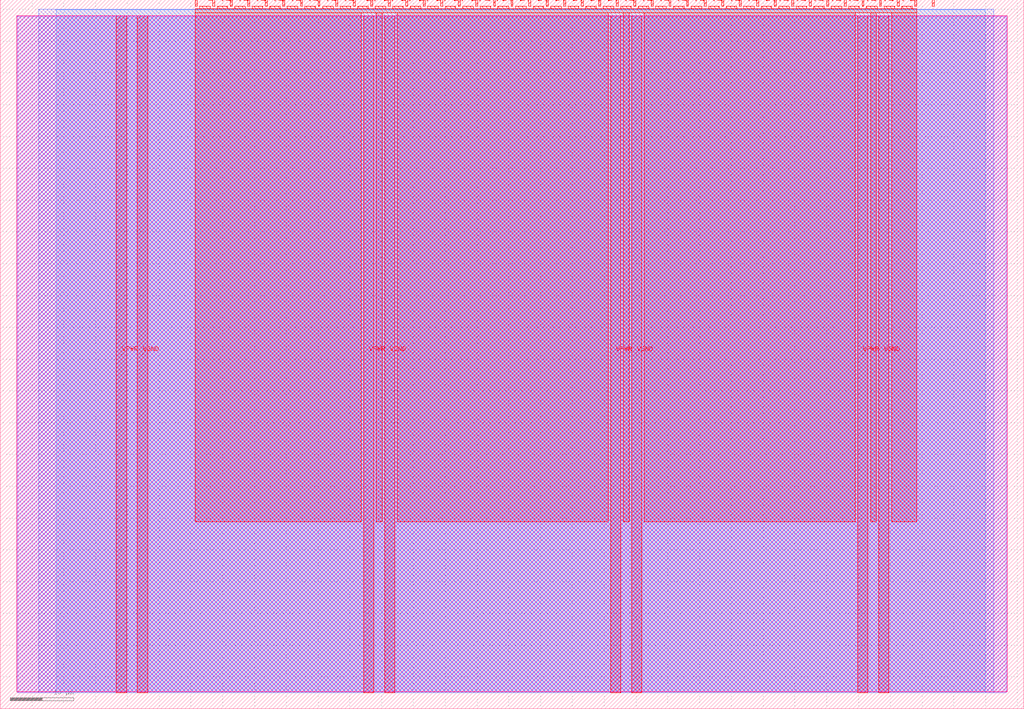
<source format=lef>
VERSION 5.7 ;
  NOWIREEXTENSIONATPIN ON ;
  DIVIDERCHAR "/" ;
  BUSBITCHARS "[]" ;
MACRO tt_um_jimktrains_vslc
  CLASS BLOCK ;
  FOREIGN tt_um_jimktrains_vslc ;
  ORIGIN 0.000 0.000 ;
  SIZE 161.000 BY 111.520 ;
  PIN VGND
    DIRECTION INOUT ;
    USE GROUND ;
    PORT
      LAYER met4 ;
        RECT 21.580 2.480 23.180 109.040 ;
    END
    PORT
      LAYER met4 ;
        RECT 60.450 2.480 62.050 109.040 ;
    END
    PORT
      LAYER met4 ;
        RECT 99.320 2.480 100.920 109.040 ;
    END
    PORT
      LAYER met4 ;
        RECT 138.190 2.480 139.790 109.040 ;
    END
  END VGND
  PIN VPWR
    DIRECTION INOUT ;
    USE POWER ;
    PORT
      LAYER met4 ;
        RECT 18.280 2.480 19.880 109.040 ;
    END
    PORT
      LAYER met4 ;
        RECT 57.150 2.480 58.750 109.040 ;
    END
    PORT
      LAYER met4 ;
        RECT 96.020 2.480 97.620 109.040 ;
    END
    PORT
      LAYER met4 ;
        RECT 134.890 2.480 136.490 109.040 ;
    END
  END VPWR
  PIN clk
    DIRECTION INPUT ;
    USE SIGNAL ;
    ANTENNAGATEAREA 0.852000 ;
    PORT
      LAYER met4 ;
        RECT 143.830 110.520 144.130 111.520 ;
    END
  END clk
  PIN ena
    DIRECTION INPUT ;
    USE SIGNAL ;
    PORT
      LAYER met4 ;
        RECT 146.590 110.520 146.890 111.520 ;
    END
  END ena
  PIN rst_n
    DIRECTION INPUT ;
    USE SIGNAL ;
    ANTENNAGATEAREA 0.196500 ;
    PORT
      LAYER met4 ;
        RECT 141.070 110.520 141.370 111.520 ;
    END
  END rst_n
  PIN ui_in[0]
    DIRECTION INPUT ;
    USE SIGNAL ;
    ANTENNAGATEAREA 0.196500 ;
    PORT
      LAYER met4 ;
        RECT 138.310 110.520 138.610 111.520 ;
    END
  END ui_in[0]
  PIN ui_in[1]
    DIRECTION INPUT ;
    USE SIGNAL ;
    ANTENNAGATEAREA 0.196500 ;
    PORT
      LAYER met4 ;
        RECT 135.550 110.520 135.850 111.520 ;
    END
  END ui_in[1]
  PIN ui_in[2]
    DIRECTION INPUT ;
    USE SIGNAL ;
    ANTENNAGATEAREA 0.196500 ;
    PORT
      LAYER met4 ;
        RECT 132.790 110.520 133.090 111.520 ;
    END
  END ui_in[2]
  PIN ui_in[3]
    DIRECTION INPUT ;
    USE SIGNAL ;
    ANTENNAGATEAREA 0.196500 ;
    PORT
      LAYER met4 ;
        RECT 130.030 110.520 130.330 111.520 ;
    END
  END ui_in[3]
  PIN ui_in[4]
    DIRECTION INPUT ;
    USE SIGNAL ;
    ANTENNAGATEAREA 0.196500 ;
    PORT
      LAYER met4 ;
        RECT 127.270 110.520 127.570 111.520 ;
    END
  END ui_in[4]
  PIN ui_in[5]
    DIRECTION INPUT ;
    USE SIGNAL ;
    ANTENNAGATEAREA 0.196500 ;
    PORT
      LAYER met4 ;
        RECT 124.510 110.520 124.810 111.520 ;
    END
  END ui_in[5]
  PIN ui_in[6]
    DIRECTION INPUT ;
    USE SIGNAL ;
    ANTENNAGATEAREA 0.196500 ;
    PORT
      LAYER met4 ;
        RECT 121.750 110.520 122.050 111.520 ;
    END
  END ui_in[6]
  PIN ui_in[7]
    DIRECTION INPUT ;
    USE SIGNAL ;
    ANTENNAGATEAREA 0.196500 ;
    PORT
      LAYER met4 ;
        RECT 118.990 110.520 119.290 111.520 ;
    END
  END ui_in[7]
  PIN uio_in[0]
    DIRECTION INPUT ;
    USE SIGNAL ;
    PORT
      LAYER met4 ;
        RECT 116.230 110.520 116.530 111.520 ;
    END
  END uio_in[0]
  PIN uio_in[1]
    DIRECTION INPUT ;
    USE SIGNAL ;
    PORT
      LAYER met4 ;
        RECT 113.470 110.520 113.770 111.520 ;
    END
  END uio_in[1]
  PIN uio_in[2]
    DIRECTION INPUT ;
    USE SIGNAL ;
    PORT
      LAYER met4 ;
        RECT 110.710 110.520 111.010 111.520 ;
    END
  END uio_in[2]
  PIN uio_in[3]
    DIRECTION INPUT ;
    USE SIGNAL ;
    ANTENNAGATEAREA 0.196500 ;
    PORT
      LAYER met4 ;
        RECT 107.950 110.520 108.250 111.520 ;
    END
  END uio_in[3]
  PIN uio_in[4]
    DIRECTION INPUT ;
    USE SIGNAL ;
    PORT
      LAYER met4 ;
        RECT 105.190 110.520 105.490 111.520 ;
    END
  END uio_in[4]
  PIN uio_in[5]
    DIRECTION INPUT ;
    USE SIGNAL ;
    PORT
      LAYER met4 ;
        RECT 102.430 110.520 102.730 111.520 ;
    END
  END uio_in[5]
  PIN uio_in[6]
    DIRECTION INPUT ;
    USE SIGNAL ;
    PORT
      LAYER met4 ;
        RECT 99.670 110.520 99.970 111.520 ;
    END
  END uio_in[6]
  PIN uio_in[7]
    DIRECTION INPUT ;
    USE SIGNAL ;
    PORT
      LAYER met4 ;
        RECT 96.910 110.520 97.210 111.520 ;
    END
  END uio_in[7]
  PIN uio_oe[0]
    DIRECTION OUTPUT ;
    USE SIGNAL ;
    ANTENNADIFFAREA 0.445500 ;
    PORT
      LAYER met4 ;
        RECT 49.990 110.520 50.290 111.520 ;
    END
  END uio_oe[0]
  PIN uio_oe[1]
    DIRECTION OUTPUT ;
    USE SIGNAL ;
    ANTENNADIFFAREA 0.445500 ;
    PORT
      LAYER met4 ;
        RECT 47.230 110.520 47.530 111.520 ;
    END
  END uio_oe[1]
  PIN uio_oe[2]
    DIRECTION OUTPUT ;
    USE SIGNAL ;
    ANTENNADIFFAREA 0.445500 ;
    PORT
      LAYER met4 ;
        RECT 44.470 110.520 44.770 111.520 ;
    END
  END uio_oe[2]
  PIN uio_oe[3]
    DIRECTION OUTPUT ;
    USE SIGNAL ;
    PORT
      LAYER met4 ;
        RECT 41.710 110.520 42.010 111.520 ;
    END
  END uio_oe[3]
  PIN uio_oe[4]
    DIRECTION OUTPUT ;
    USE SIGNAL ;
    PORT
      LAYER met4 ;
        RECT 38.950 110.520 39.250 111.520 ;
    END
  END uio_oe[4]
  PIN uio_oe[5]
    DIRECTION OUTPUT ;
    USE SIGNAL ;
    PORT
      LAYER met4 ;
        RECT 36.190 110.520 36.490 111.520 ;
    END
  END uio_oe[5]
  PIN uio_oe[6]
    DIRECTION OUTPUT ;
    USE SIGNAL ;
    ANTENNADIFFAREA 0.445500 ;
    PORT
      LAYER met4 ;
        RECT 33.430 110.520 33.730 111.520 ;
    END
  END uio_oe[6]
  PIN uio_oe[7]
    DIRECTION OUTPUT ;
    USE SIGNAL ;
    ANTENNADIFFAREA 0.445500 ;
    PORT
      LAYER met4 ;
        RECT 30.670 110.520 30.970 111.520 ;
    END
  END uio_oe[7]
  PIN uio_out[0]
    DIRECTION OUTPUT ;
    USE SIGNAL ;
    ANTENNADIFFAREA 0.445500 ;
    PORT
      LAYER met4 ;
        RECT 72.070 110.520 72.370 111.520 ;
    END
  END uio_out[0]
  PIN uio_out[1]
    DIRECTION OUTPUT ;
    USE SIGNAL ;
    ANTENNADIFFAREA 0.795200 ;
    PORT
      LAYER met4 ;
        RECT 69.310 110.520 69.610 111.520 ;
    END
  END uio_out[1]
  PIN uio_out[2]
    DIRECTION OUTPUT ;
    USE SIGNAL ;
    ANTENNADIFFAREA 0.795200 ;
    PORT
      LAYER met4 ;
        RECT 66.550 110.520 66.850 111.520 ;
    END
  END uio_out[2]
  PIN uio_out[3]
    DIRECTION OUTPUT ;
    USE SIGNAL ;
    PORT
      LAYER met4 ;
        RECT 63.790 110.520 64.090 111.520 ;
    END
  END uio_out[3]
  PIN uio_out[4]
    DIRECTION OUTPUT ;
    USE SIGNAL ;
    PORT
      LAYER met4 ;
        RECT 61.030 110.520 61.330 111.520 ;
    END
  END uio_out[4]
  PIN uio_out[5]
    DIRECTION OUTPUT ;
    USE SIGNAL ;
    PORT
      LAYER met4 ;
        RECT 58.270 110.520 58.570 111.520 ;
    END
  END uio_out[5]
  PIN uio_out[6]
    DIRECTION OUTPUT ;
    USE SIGNAL ;
    ANTENNADIFFAREA 0.795200 ;
    PORT
      LAYER met4 ;
        RECT 55.510 110.520 55.810 111.520 ;
    END
  END uio_out[6]
  PIN uio_out[7]
    DIRECTION OUTPUT ;
    USE SIGNAL ;
    ANTENNADIFFAREA 0.795200 ;
    PORT
      LAYER met4 ;
        RECT 52.750 110.520 53.050 111.520 ;
    END
  END uio_out[7]
  PIN uo_out[0]
    DIRECTION OUTPUT ;
    USE SIGNAL ;
    ANTENNAGATEAREA 0.495000 ;
    ANTENNADIFFAREA 0.891000 ;
    PORT
      LAYER met4 ;
        RECT 94.150 110.520 94.450 111.520 ;
    END
  END uo_out[0]
  PIN uo_out[1]
    DIRECTION OUTPUT ;
    USE SIGNAL ;
    ANTENNAGATEAREA 0.495000 ;
    ANTENNADIFFAREA 0.891000 ;
    PORT
      LAYER met4 ;
        RECT 91.390 110.520 91.690 111.520 ;
    END
  END uo_out[1]
  PIN uo_out[2]
    DIRECTION OUTPUT ;
    USE SIGNAL ;
    ANTENNAGATEAREA 0.495000 ;
    ANTENNADIFFAREA 0.891000 ;
    PORT
      LAYER met4 ;
        RECT 88.630 110.520 88.930 111.520 ;
    END
  END uo_out[2]
  PIN uo_out[3]
    DIRECTION OUTPUT ;
    USE SIGNAL ;
    ANTENNAGATEAREA 0.252000 ;
    ANTENNADIFFAREA 0.445500 ;
    PORT
      LAYER met4 ;
        RECT 85.870 110.520 86.170 111.520 ;
    END
  END uo_out[3]
  PIN uo_out[4]
    DIRECTION OUTPUT ;
    USE SIGNAL ;
    ANTENNAGATEAREA 0.378000 ;
    ANTENNADIFFAREA 0.891000 ;
    PORT
      LAYER met4 ;
        RECT 83.110 110.520 83.410 111.520 ;
    END
  END uo_out[4]
  PIN uo_out[5]
    DIRECTION OUTPUT ;
    USE SIGNAL ;
    ANTENNAGATEAREA 0.378000 ;
    ANTENNADIFFAREA 0.891000 ;
    PORT
      LAYER met4 ;
        RECT 80.350 110.520 80.650 111.520 ;
    END
  END uo_out[5]
  PIN uo_out[6]
    DIRECTION OUTPUT ;
    USE SIGNAL ;
    ANTENNAGATEAREA 0.621000 ;
    ANTENNADIFFAREA 0.891000 ;
    PORT
      LAYER met4 ;
        RECT 77.590 110.520 77.890 111.520 ;
    END
  END uo_out[6]
  PIN uo_out[7]
    DIRECTION OUTPUT ;
    USE SIGNAL ;
    ANTENNAGATEAREA 0.621000 ;
    ANTENNADIFFAREA 0.891000 ;
    PORT
      LAYER met4 ;
        RECT 74.830 110.520 75.130 111.520 ;
    END
  END uo_out[7]
  OBS
      LAYER nwell ;
        RECT 2.570 2.635 158.430 108.990 ;
      LAYER li1 ;
        RECT 2.760 2.635 158.240 108.885 ;
      LAYER met1 ;
        RECT 2.760 2.480 158.240 109.040 ;
      LAYER met2 ;
        RECT 6.080 2.535 156.300 110.005 ;
      LAYER met3 ;
        RECT 8.805 2.555 154.955 109.985 ;
      LAYER met4 ;
        RECT 31.370 110.120 33.030 110.520 ;
        RECT 34.130 110.120 35.790 110.520 ;
        RECT 36.890 110.120 38.550 110.520 ;
        RECT 39.650 110.120 41.310 110.520 ;
        RECT 42.410 110.120 44.070 110.520 ;
        RECT 45.170 110.120 46.830 110.520 ;
        RECT 47.930 110.120 49.590 110.520 ;
        RECT 50.690 110.120 52.350 110.520 ;
        RECT 53.450 110.120 55.110 110.520 ;
        RECT 56.210 110.120 57.870 110.520 ;
        RECT 58.970 110.120 60.630 110.520 ;
        RECT 61.730 110.120 63.390 110.520 ;
        RECT 64.490 110.120 66.150 110.520 ;
        RECT 67.250 110.120 68.910 110.520 ;
        RECT 70.010 110.120 71.670 110.520 ;
        RECT 72.770 110.120 74.430 110.520 ;
        RECT 75.530 110.120 77.190 110.520 ;
        RECT 78.290 110.120 79.950 110.520 ;
        RECT 81.050 110.120 82.710 110.520 ;
        RECT 83.810 110.120 85.470 110.520 ;
        RECT 86.570 110.120 88.230 110.520 ;
        RECT 89.330 110.120 90.990 110.520 ;
        RECT 92.090 110.120 93.750 110.520 ;
        RECT 94.850 110.120 96.510 110.520 ;
        RECT 97.610 110.120 99.270 110.520 ;
        RECT 100.370 110.120 102.030 110.520 ;
        RECT 103.130 110.120 104.790 110.520 ;
        RECT 105.890 110.120 107.550 110.520 ;
        RECT 108.650 110.120 110.310 110.520 ;
        RECT 111.410 110.120 113.070 110.520 ;
        RECT 114.170 110.120 115.830 110.520 ;
        RECT 116.930 110.120 118.590 110.520 ;
        RECT 119.690 110.120 121.350 110.520 ;
        RECT 122.450 110.120 124.110 110.520 ;
        RECT 125.210 110.120 126.870 110.520 ;
        RECT 127.970 110.120 129.630 110.520 ;
        RECT 130.730 110.120 132.390 110.520 ;
        RECT 133.490 110.120 135.150 110.520 ;
        RECT 136.250 110.120 137.910 110.520 ;
        RECT 139.010 110.120 140.670 110.520 ;
        RECT 141.770 110.120 143.430 110.520 ;
        RECT 30.655 109.440 144.145 110.120 ;
        RECT 30.655 29.415 56.750 109.440 ;
        RECT 59.150 29.415 60.050 109.440 ;
        RECT 62.450 29.415 95.620 109.440 ;
        RECT 98.020 29.415 98.920 109.440 ;
        RECT 101.320 29.415 134.490 109.440 ;
        RECT 136.890 29.415 137.790 109.440 ;
        RECT 140.190 29.415 144.145 109.440 ;
  END
END tt_um_jimktrains_vslc
END LIBRARY


</source>
